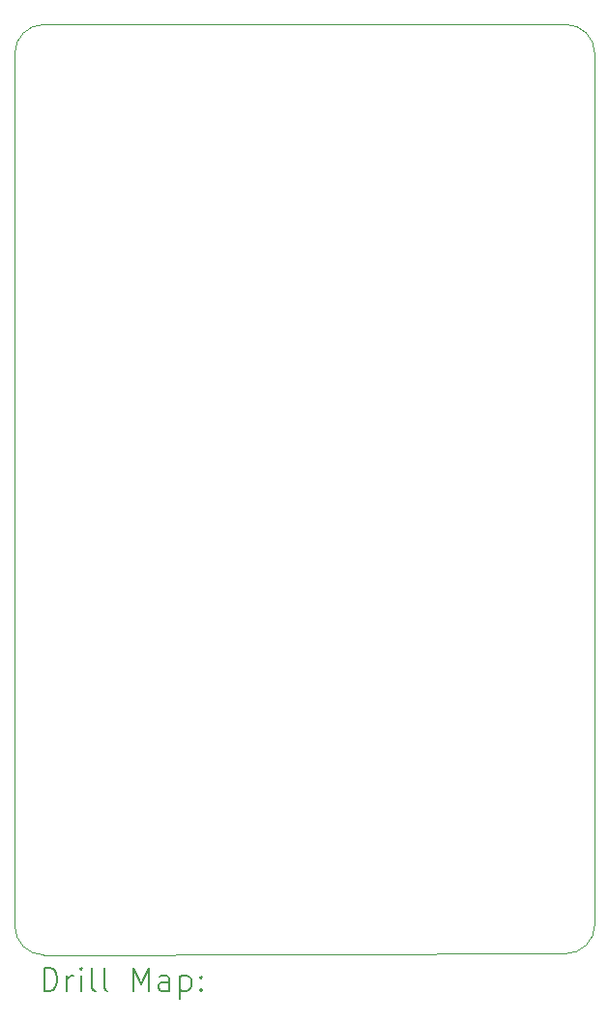
<source format=gbr>
%TF.GenerationSoftware,KiCad,Pcbnew,9.0.1*%
%TF.CreationDate,2025-04-04T22:39:04+02:00*%
%TF.ProjectId,80286,38303238-362e-46b6-9963-61645f706362,rev?*%
%TF.SameCoordinates,Original*%
%TF.FileFunction,Drillmap*%
%TF.FilePolarity,Positive*%
%FSLAX45Y45*%
G04 Gerber Fmt 4.5, Leading zero omitted, Abs format (unit mm)*
G04 Created by KiCad (PCBNEW 9.0.1) date 2025-04-04 22:39:04*
%MOMM*%
%LPD*%
G01*
G04 APERTURE LIST*
%ADD10C,0.050000*%
%ADD11C,0.200000*%
G04 APERTURE END LIST*
D10*
X5080000Y-12881700D02*
G75*
G02*
X4826000Y-12627700I0J254000D01*
G01*
X9906000Y-12616000D02*
X9906000Y-4996000D01*
X9652000Y-4742000D02*
G75*
G02*
X9906000Y-4996000I0J-254000D01*
G01*
X5080000Y-4742000D02*
X9652000Y-4742000D01*
X4826000Y-12627700D02*
X4826000Y-4996000D01*
X9906000Y-12616000D02*
G75*
G02*
X9652000Y-12870000I-254000J0D01*
G01*
X9652000Y-12869875D02*
X5080000Y-12881700D01*
X4826000Y-4996000D02*
G75*
G02*
X5080000Y-4742000I254000J0D01*
G01*
D11*
X5084277Y-13195684D02*
X5084277Y-12995684D01*
X5084277Y-12995684D02*
X5131896Y-12995684D01*
X5131896Y-12995684D02*
X5160467Y-13005208D01*
X5160467Y-13005208D02*
X5179515Y-13024255D01*
X5179515Y-13024255D02*
X5189039Y-13043303D01*
X5189039Y-13043303D02*
X5198563Y-13081398D01*
X5198563Y-13081398D02*
X5198563Y-13109969D01*
X5198563Y-13109969D02*
X5189039Y-13148065D01*
X5189039Y-13148065D02*
X5179515Y-13167112D01*
X5179515Y-13167112D02*
X5160467Y-13186160D01*
X5160467Y-13186160D02*
X5131896Y-13195684D01*
X5131896Y-13195684D02*
X5084277Y-13195684D01*
X5284277Y-13195684D02*
X5284277Y-13062350D01*
X5284277Y-13100446D02*
X5293801Y-13081398D01*
X5293801Y-13081398D02*
X5303324Y-13071874D01*
X5303324Y-13071874D02*
X5322372Y-13062350D01*
X5322372Y-13062350D02*
X5341420Y-13062350D01*
X5408086Y-13195684D02*
X5408086Y-13062350D01*
X5408086Y-12995684D02*
X5398563Y-13005208D01*
X5398563Y-13005208D02*
X5408086Y-13014731D01*
X5408086Y-13014731D02*
X5417610Y-13005208D01*
X5417610Y-13005208D02*
X5408086Y-12995684D01*
X5408086Y-12995684D02*
X5408086Y-13014731D01*
X5531896Y-13195684D02*
X5512848Y-13186160D01*
X5512848Y-13186160D02*
X5503324Y-13167112D01*
X5503324Y-13167112D02*
X5503324Y-12995684D01*
X5636658Y-13195684D02*
X5617610Y-13186160D01*
X5617610Y-13186160D02*
X5608086Y-13167112D01*
X5608086Y-13167112D02*
X5608086Y-12995684D01*
X5865229Y-13195684D02*
X5865229Y-12995684D01*
X5865229Y-12995684D02*
X5931896Y-13138541D01*
X5931896Y-13138541D02*
X5998562Y-12995684D01*
X5998562Y-12995684D02*
X5998562Y-13195684D01*
X6179515Y-13195684D02*
X6179515Y-13090922D01*
X6179515Y-13090922D02*
X6169991Y-13071874D01*
X6169991Y-13071874D02*
X6150943Y-13062350D01*
X6150943Y-13062350D02*
X6112848Y-13062350D01*
X6112848Y-13062350D02*
X6093801Y-13071874D01*
X6179515Y-13186160D02*
X6160467Y-13195684D01*
X6160467Y-13195684D02*
X6112848Y-13195684D01*
X6112848Y-13195684D02*
X6093801Y-13186160D01*
X6093801Y-13186160D02*
X6084277Y-13167112D01*
X6084277Y-13167112D02*
X6084277Y-13148065D01*
X6084277Y-13148065D02*
X6093801Y-13129017D01*
X6093801Y-13129017D02*
X6112848Y-13119493D01*
X6112848Y-13119493D02*
X6160467Y-13119493D01*
X6160467Y-13119493D02*
X6179515Y-13109969D01*
X6274753Y-13062350D02*
X6274753Y-13262350D01*
X6274753Y-13071874D02*
X6293801Y-13062350D01*
X6293801Y-13062350D02*
X6331896Y-13062350D01*
X6331896Y-13062350D02*
X6350943Y-13071874D01*
X6350943Y-13071874D02*
X6360467Y-13081398D01*
X6360467Y-13081398D02*
X6369991Y-13100446D01*
X6369991Y-13100446D02*
X6369991Y-13157588D01*
X6369991Y-13157588D02*
X6360467Y-13176636D01*
X6360467Y-13176636D02*
X6350943Y-13186160D01*
X6350943Y-13186160D02*
X6331896Y-13195684D01*
X6331896Y-13195684D02*
X6293801Y-13195684D01*
X6293801Y-13195684D02*
X6274753Y-13186160D01*
X6455705Y-13176636D02*
X6465229Y-13186160D01*
X6465229Y-13186160D02*
X6455705Y-13195684D01*
X6455705Y-13195684D02*
X6446182Y-13186160D01*
X6446182Y-13186160D02*
X6455705Y-13176636D01*
X6455705Y-13176636D02*
X6455705Y-13195684D01*
X6455705Y-13071874D02*
X6465229Y-13081398D01*
X6465229Y-13081398D02*
X6455705Y-13090922D01*
X6455705Y-13090922D02*
X6446182Y-13081398D01*
X6446182Y-13081398D02*
X6455705Y-13071874D01*
X6455705Y-13071874D02*
X6455705Y-13090922D01*
M02*

</source>
